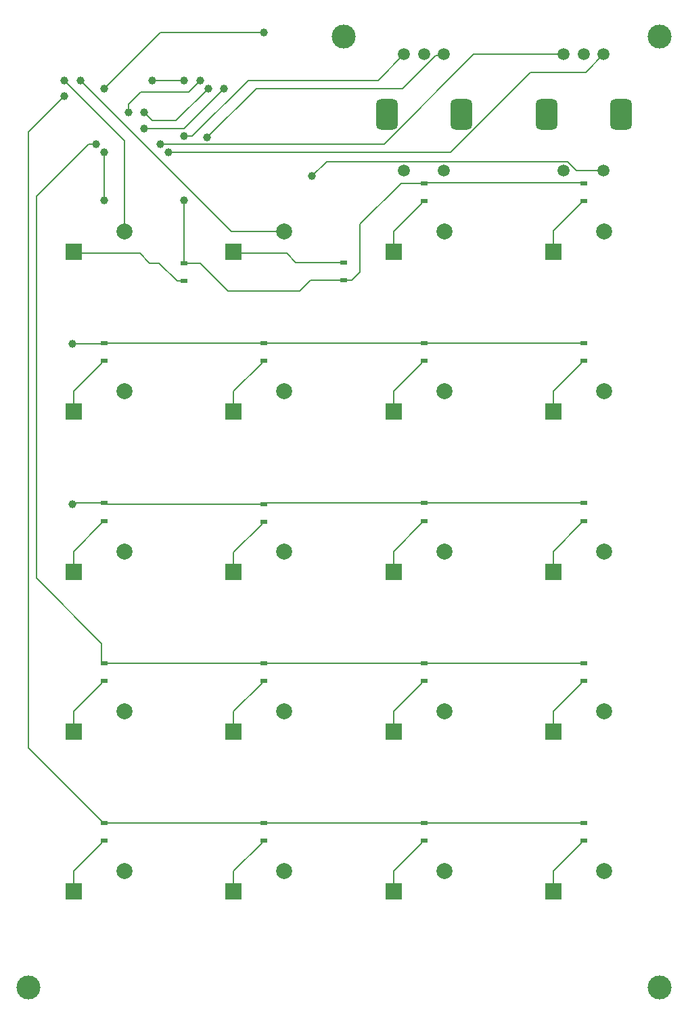
<source format=gtl>
G04*
G04 #@! TF.GenerationSoftware,Altium Limited,Altium Designer,25.3.2 (17)*
G04*
G04 Layer_Physical_Order=1*
G04 Layer_Color=255*
%FSLAX43Y43*%
%MOMM*%
G71*
G04*
G04 #@! TF.SameCoordinates,9A78E016-BF11-4ED0-8CD3-159F53B44DCF*
G04*
G04*
G04 #@! TF.FilePolarity,Positive*
G04*
G01*
G75*
%ADD11C,0.200*%
%ADD13R,0.830X0.630*%
%ADD20C,3.000*%
%ADD21C,2.000*%
%ADD22R,2.000X2.000*%
G04:AMPARAMS|DCode=23|XSize=3.9mm|YSize=2.7mm|CornerRadius=0.675mm|HoleSize=0mm|Usage=FLASHONLY|Rotation=90.000|XOffset=0mm|YOffset=0mm|HoleType=Round|Shape=RoundedRectangle|*
%AMROUNDEDRECTD23*
21,1,3.900,1.350,0,0,90.0*
21,1,2.550,2.700,0,0,90.0*
1,1,1.350,0.675,1.275*
1,1,1.350,0.675,-1.275*
1,1,1.350,-0.675,-1.275*
1,1,1.350,-0.675,1.275*
%
%ADD23ROUNDEDRECTD23*%
%ADD24C,1.500*%
%ADD25C,1.000*%
D11*
X39850Y105850D02*
X69956D01*
X38000Y104000D02*
X39850Y105850D01*
X19000Y108000D02*
X47000D01*
X22000Y109000D02*
X23000D01*
X17000Y110000D02*
X22000D01*
X27000Y115000D01*
X23000Y109000D02*
X30000Y116000D01*
X31000Y115000D02*
X49306D01*
X47000Y108000D02*
X58250Y119250D01*
X24899Y108899D02*
X31000Y115000D01*
X30000Y116000D02*
X46250D01*
X69956Y105850D02*
X71056Y104750D01*
X20000Y107000D02*
X55300D01*
X65300Y117000D01*
X2500Y32515D02*
Y109500D01*
Y32515D02*
X11900Y23115D01*
X2500Y109500D02*
X7000Y114000D01*
X3500Y101500D02*
X10000Y108000D01*
X3500Y53722D02*
X11685Y45537D01*
X3500Y53722D02*
Y101500D01*
X12000Y115000D02*
X19000Y122000D01*
X32000D01*
X15000Y112000D02*
Y113000D01*
X16577Y114577D01*
X27920Y97080D02*
X34540D01*
X9000Y116000D02*
X27920Y97080D01*
X17000Y112000D02*
X18000Y111000D01*
X21000D01*
X22577Y114577D02*
X24000Y116000D01*
X16577Y114577D02*
X22577D01*
X8000Y83000D02*
X11885D01*
X12000Y83115D01*
X8190Y74540D02*
Y77075D01*
X11685Y80570D01*
X8386Y94344D02*
X16434D01*
X8190Y94540D02*
X8386Y94344D01*
X21000Y111000D02*
X25000Y115000D01*
X8000Y63000D02*
X8115Y63115D01*
X12000D01*
X10000Y108000D02*
X11000D01*
X11685Y43330D02*
Y45537D01*
Y43330D02*
X11900Y43115D01*
X12000D01*
X49306Y115000D02*
X53450Y119144D01*
X46250Y116000D02*
X49500Y119250D01*
X18000Y116000D02*
X22000D01*
X12000Y101000D02*
Y107000D01*
X7000Y116000D02*
X14540Y108460D01*
Y97080D02*
Y108460D01*
X11900Y23115D02*
X32000D01*
X58250Y119250D02*
X69500D01*
X16434Y94344D02*
X17663Y93115D01*
X12000Y43115D02*
X32000D01*
X52000D01*
X12000Y63115D02*
X12115Y63000D01*
X32000D01*
X22000Y93115D02*
Y101000D01*
Y93115D02*
X24000D01*
X27459Y89656D01*
X21115Y90885D02*
X22000D01*
X18885Y93115D02*
X21115Y90885D01*
X27459Y89656D02*
X36434D01*
X52115Y103230D02*
X72000D01*
X71056Y104750D02*
X74500D01*
X65300Y117000D02*
X72250D01*
X74500Y119250D01*
X44000Y98000D02*
X49115Y103115D01*
X52000D01*
X53450Y119144D02*
X54394D01*
X54500Y119250D01*
X44000Y92000D02*
Y98000D01*
X42000Y91000D02*
X43000D01*
X44000Y92000D01*
X37778Y91000D02*
X42000D01*
X52000Y103115D02*
X52115Y103230D01*
X68190Y94540D02*
Y97190D01*
X71685Y100685D01*
Y100785D01*
X71900Y101000D01*
X72000D01*
X48190Y94540D02*
Y97075D01*
X51685Y100570D01*
Y100670D01*
X51900Y100885D01*
X52000D01*
X28190Y94540D02*
X28386Y94344D01*
X34831D01*
X35944Y93230D01*
X42000D01*
X36434Y89656D02*
X37778Y91000D01*
X17663Y93115D02*
X18885D01*
X68190Y74540D02*
Y77075D01*
X71685Y80570D01*
Y80670D01*
X71900Y80885D01*
X72000D01*
X52000Y83115D02*
X72000D01*
X48190Y74540D02*
Y77075D01*
X51685Y80570D01*
Y80670D01*
X51900Y80885D01*
X52000D01*
X32000Y83115D02*
X52000D01*
X12000D02*
X32000D01*
X28190Y74540D02*
Y77075D01*
X31685Y80570D01*
Y80670D01*
X31900Y80885D01*
X32000D01*
X11685Y80570D02*
Y80670D01*
X11900Y80885D01*
X12000D01*
X52000Y63115D02*
X72000D01*
X68190Y54540D02*
Y57075D01*
X71685Y60570D01*
Y60670D01*
X71900Y60885D01*
X72000D01*
X32000Y63000D02*
X32115Y63115D01*
X52000D01*
X48190Y54540D02*
Y57075D01*
X51685Y60570D01*
Y60670D01*
X51900Y60885D01*
X52000D01*
X28190Y54540D02*
Y56960D01*
X31685Y60455D01*
Y60555D01*
X31900Y60770D01*
X32000D01*
X8190Y54540D02*
Y57075D01*
X11685Y60570D01*
Y60670D01*
X11900Y60885D01*
X12000D01*
X68190Y34540D02*
Y37075D01*
X71685Y40570D01*
Y40670D01*
X71900Y40885D01*
X72000D01*
X52000Y43115D02*
X72000D01*
X48190Y34540D02*
Y37075D01*
X51685Y40570D01*
Y40670D01*
X51900Y40885D01*
X52000D01*
X28190Y34540D02*
Y37075D01*
X31685Y40570D01*
Y40670D01*
X31900Y40885D01*
X32000D01*
X8190Y34540D02*
Y37075D01*
X11685Y40570D01*
Y40670D01*
X11900Y40885D01*
X12000D01*
X68190Y14540D02*
Y17075D01*
X71685Y20570D01*
Y20670D01*
X71900Y20885D01*
X72000D01*
X52000Y23115D02*
X72000D01*
X48190Y14540D02*
Y17075D01*
X51685Y20570D01*
Y20670D01*
X51900Y20885D01*
X52000D01*
X32000Y23115D02*
X52000D01*
X28190Y14540D02*
Y17075D01*
X31685Y20570D01*
Y20670D01*
X31900Y20885D01*
X32000D01*
X8190Y14540D02*
Y17075D01*
X11685Y20570D01*
Y20670D01*
X11900Y20885D01*
X12000D01*
D13*
X22000Y93115D02*
D03*
Y90885D02*
D03*
X42000Y91000D02*
D03*
Y93230D02*
D03*
X72000Y103115D02*
D03*
Y100885D02*
D03*
X52000Y103115D02*
D03*
Y100885D02*
D03*
X72000Y20885D02*
D03*
Y23115D02*
D03*
X52000Y20885D02*
D03*
Y23115D02*
D03*
X32000Y20885D02*
D03*
Y23115D02*
D03*
X12000Y20885D02*
D03*
Y23115D02*
D03*
X72000Y40885D02*
D03*
Y43115D02*
D03*
X52000Y40885D02*
D03*
Y43115D02*
D03*
X32000Y40885D02*
D03*
Y43115D02*
D03*
X12000Y40885D02*
D03*
Y43115D02*
D03*
X72000Y60885D02*
D03*
Y63115D02*
D03*
X52000Y60885D02*
D03*
Y63115D02*
D03*
X32000Y60770D02*
D03*
Y63000D02*
D03*
X12000Y60885D02*
D03*
Y63115D02*
D03*
X72000Y80885D02*
D03*
Y83115D02*
D03*
X52000Y80885D02*
D03*
Y83115D02*
D03*
X32000Y80885D02*
D03*
Y83115D02*
D03*
X12000Y80885D02*
D03*
Y83115D02*
D03*
D20*
X81500Y2500D02*
D03*
X42000Y121500D02*
D03*
X81500D02*
D03*
X2500Y2500D02*
D03*
D21*
X74540Y17080D02*
D03*
X34540Y97080D02*
D03*
X54540D02*
D03*
X14540Y77080D02*
D03*
Y97080D02*
D03*
X34540Y77080D02*
D03*
X74540D02*
D03*
Y57080D02*
D03*
X14540D02*
D03*
X34540D02*
D03*
X14540Y37080D02*
D03*
X54540Y77080D02*
D03*
Y57080D02*
D03*
X34540Y17080D02*
D03*
Y37080D02*
D03*
X54540D02*
D03*
Y17080D02*
D03*
X74540Y97080D02*
D03*
Y37080D02*
D03*
X14540Y17080D02*
D03*
D22*
X68190Y14540D02*
D03*
X28190Y94540D02*
D03*
X48190D02*
D03*
X8190Y74540D02*
D03*
Y94540D02*
D03*
X28190Y74540D02*
D03*
X68190D02*
D03*
Y54540D02*
D03*
X8190D02*
D03*
X28190D02*
D03*
X8190Y34540D02*
D03*
X48190Y74540D02*
D03*
Y54540D02*
D03*
X28190Y14540D02*
D03*
Y34540D02*
D03*
X48190D02*
D03*
Y14540D02*
D03*
X68190Y94540D02*
D03*
Y34540D02*
D03*
X8190Y14540D02*
D03*
D23*
X56650Y111750D02*
D03*
X47350D02*
D03*
X67350D02*
D03*
X76650D02*
D03*
D24*
X52000Y119250D02*
D03*
X49500D02*
D03*
X54500D02*
D03*
X49500Y104750D02*
D03*
X54500D02*
D03*
X74500D02*
D03*
X69500D02*
D03*
X74500Y119250D02*
D03*
X69500D02*
D03*
X72000D02*
D03*
D25*
X24899Y108899D02*
D03*
X22000Y109000D02*
D03*
X38000Y104000D02*
D03*
X12000Y115000D02*
D03*
X15000Y112000D02*
D03*
X17000D02*
D03*
X24000Y116000D02*
D03*
X8000Y83000D02*
D03*
X25000Y115000D02*
D03*
X8000Y63000D02*
D03*
X11000Y108000D02*
D03*
X27000Y115000D02*
D03*
X17000Y110000D02*
D03*
X18000Y116000D02*
D03*
X12000Y107000D02*
D03*
X7000Y116000D02*
D03*
X32000Y122000D02*
D03*
X9000Y116000D02*
D03*
X7000Y114000D02*
D03*
X19000Y108000D02*
D03*
X20000Y107000D02*
D03*
X12000Y101000D02*
D03*
X22000Y116000D02*
D03*
Y101000D02*
D03*
M02*

</source>
